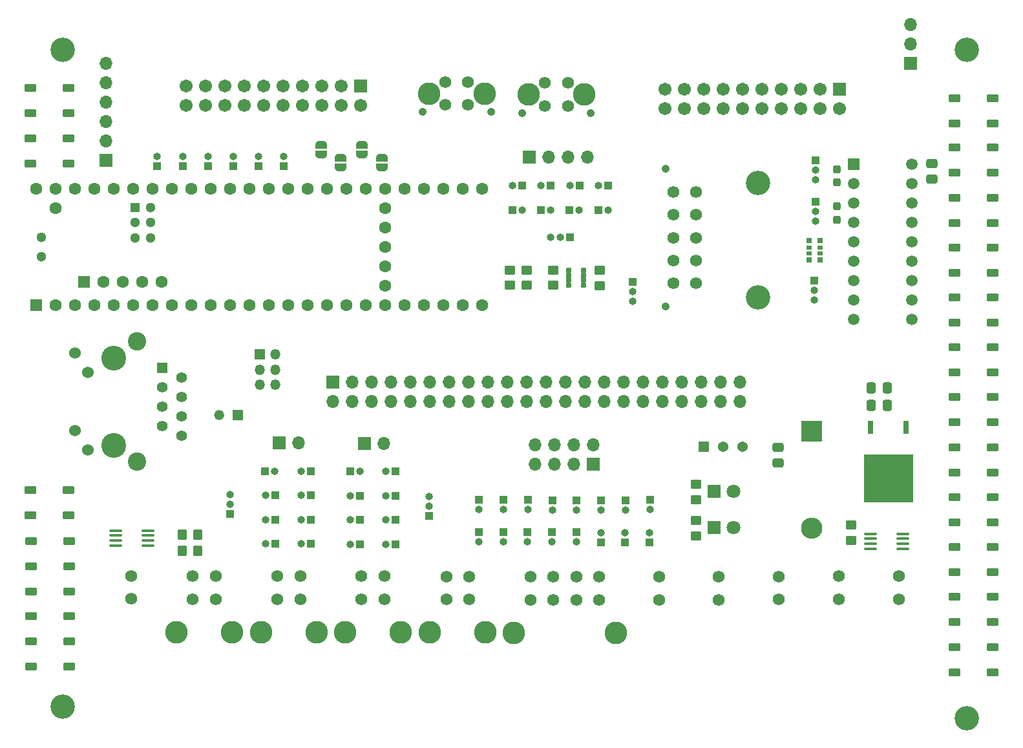
<source format=gbr>
%TF.GenerationSoftware,KiCad,Pcbnew,8.0.3*%
%TF.CreationDate,2025-06-03T03:01:33-07:00*%
%TF.ProjectId,MLU_BreakoutV2,4d4c555f-4272-4656-916b-6f757456322e,rev?*%
%TF.SameCoordinates,Original*%
%TF.FileFunction,Soldermask,Top*%
%TF.FilePolarity,Negative*%
%FSLAX46Y46*%
G04 Gerber Fmt 4.6, Leading zero omitted, Abs format (unit mm)*
G04 Created by KiCad (PCBNEW 8.0.3) date 2025-06-03 03:01:33*
%MOMM*%
%LPD*%
G01*
G04 APERTURE LIST*
G04 Aperture macros list*
%AMRoundRect*
0 Rectangle with rounded corners*
0 $1 Rounding radius*
0 $2 $3 $4 $5 $6 $7 $8 $9 X,Y pos of 4 corners*
0 Add a 4 corners polygon primitive as box body*
4,1,4,$2,$3,$4,$5,$6,$7,$8,$9,$2,$3,0*
0 Add four circle primitives for the rounded corners*
1,1,$1+$1,$2,$3*
1,1,$1+$1,$4,$5*
1,1,$1+$1,$6,$7*
1,1,$1+$1,$8,$9*
0 Add four rect primitives between the rounded corners*
20,1,$1+$1,$2,$3,$4,$5,0*
20,1,$1+$1,$4,$5,$6,$7,0*
20,1,$1+$1,$6,$7,$8,$9,0*
20,1,$1+$1,$8,$9,$2,$3,0*%
%AMFreePoly0*
4,1,19,0.500000,-0.750000,0.000000,-0.750000,0.000000,-0.744911,-0.071157,-0.744911,-0.207708,-0.704816,-0.327430,-0.627875,-0.420627,-0.520320,-0.479746,-0.390866,-0.500000,-0.250000,-0.500000,0.250000,-0.479746,0.390866,-0.420627,0.520320,-0.327430,0.627875,-0.207708,0.704816,-0.071157,0.744911,0.000000,0.744911,0.000000,0.750000,0.500000,0.750000,0.500000,-0.750000,0.500000,-0.750000,
$1*%
%AMFreePoly1*
4,1,19,0.000000,0.744911,0.071157,0.744911,0.207708,0.704816,0.327430,0.627875,0.420627,0.520320,0.479746,0.390866,0.500000,0.250000,0.500000,-0.250000,0.479746,-0.390866,0.420627,-0.520320,0.327430,-0.627875,0.207708,-0.704816,0.071157,-0.744911,0.000000,-0.744911,0.000000,-0.750000,-0.500000,-0.750000,-0.500000,0.750000,0.000000,0.750000,0.000000,0.744911,0.000000,0.744911,
$1*%
G04 Aperture macros list end*
%ADD10RoundRect,0.250000X0.450000X-0.350000X0.450000X0.350000X-0.450000X0.350000X-0.450000X-0.350000X0*%
%ADD11RoundRect,0.100000X-0.712500X-0.100000X0.712500X-0.100000X0.712500X0.100000X-0.712500X0.100000X0*%
%ADD12C,1.066800*%
%ADD13C,1.574800*%
%ADD14C,2.971800*%
%ADD15C,3.200000*%
%ADD16R,1.000000X1.000000*%
%ADD17O,1.000000X1.000000*%
%ADD18RoundRect,0.250000X-0.550000X-0.250000X0.550000X-0.250000X0.550000X0.250000X-0.550000X0.250000X0*%
%ADD19RoundRect,0.102000X0.754000X0.754000X-0.754000X0.754000X-0.754000X-0.754000X0.754000X-0.754000X0*%
%ADD20C,1.712000*%
%ADD21R,1.700000X1.700000*%
%ADD22O,1.700000X1.700000*%
%ADD23R,1.320800X1.320800*%
%ADD24C,1.320800*%
%ADD25RoundRect,0.237500X-0.237500X0.300000X-0.237500X-0.300000X0.237500X-0.300000X0.237500X0.300000X0*%
%ADD26R,2.800000X2.800000*%
%ADD27O,2.800000X2.800000*%
%ADD28RoundRect,0.250000X-0.475000X0.337500X-0.475000X-0.337500X0.475000X-0.337500X0.475000X0.337500X0*%
%ADD29R,1.800000X1.800000*%
%ADD30C,1.800000*%
%ADD31RoundRect,0.250000X-0.450000X0.350000X-0.450000X-0.350000X0.450000X-0.350000X0.450000X0.350000X0*%
%ADD32RoundRect,0.250000X0.350000X0.450000X-0.350000X0.450000X-0.350000X-0.450000X0.350000X-0.450000X0*%
%ADD33RoundRect,0.081750X-0.265250X-0.245250X0.265250X-0.245250X0.265250X0.245250X-0.265250X0.245250X0*%
%ADD34R,1.498600X1.498600*%
%ADD35C,1.498600*%
%ADD36R,1.600000X1.600000*%
%ADD37C,1.600000*%
%ADD38R,1.300000X1.300000*%
%ADD39C,1.300000*%
%ADD40R,1.371600X1.371600*%
%ADD41C,1.371600*%
%ADD42RoundRect,0.250000X-0.337500X-0.475000X0.337500X-0.475000X0.337500X0.475000X-0.337500X0.475000X0*%
%ADD43R,0.700000X0.640000*%
%ADD44R,0.700000X0.500000*%
%ADD45FreePoly0,90.000000*%
%ADD46FreePoly1,90.000000*%
%ADD47C,3.250000*%
%ADD48R,1.400000X1.400000*%
%ADD49C,1.400000*%
%ADD50C,1.530000*%
%ADD51C,2.400000*%
%ADD52FreePoly0,270.000000*%
%ADD53FreePoly1,270.000000*%
%ADD54R,0.711200X1.701800*%
%ADD55R,6.553200X6.223000*%
%ADD56R,1.350000X1.350000*%
%ADD57O,1.350000X1.350000*%
G04 APERTURE END LIST*
D10*
%TO.C,R6*%
X214706200Y-115858800D03*
X214706200Y-113858800D03*
%TD*%
D11*
%TO.C,U2*%
X138679700Y-119903600D03*
X138679700Y-120553600D03*
X138679700Y-121203600D03*
X138679700Y-121853600D03*
X142904700Y-121853600D03*
X142904700Y-121203600D03*
X142904700Y-120553600D03*
X142904700Y-119903600D03*
%TD*%
D12*
%TO.C,J4*%
X187834648Y-65097800D03*
X178834651Y-65097800D03*
D13*
X181834650Y-61157800D03*
X184834649Y-61157800D03*
X181834650Y-64157799D03*
X184834649Y-64157799D03*
D14*
X186984650Y-62657800D03*
X179684649Y-62657800D03*
%TD*%
D15*
%TO.C,H3*%
X131680000Y-142940000D03*
%TD*%
D16*
%TO.C,JP22*%
X158235600Y-112120200D03*
D17*
X159505600Y-112120200D03*
%TD*%
D16*
%TO.C,JP16*%
X175310800Y-121671000D03*
D17*
X174040800Y-121671000D03*
%TD*%
D16*
%TO.C,JP39*%
X198997400Y-120136600D03*
D17*
X198997400Y-121406600D03*
%TD*%
D16*
%TO.C,JP26*%
X192648200Y-115894800D03*
D17*
X192648200Y-117164800D03*
%TD*%
D16*
%TO.C,JP25*%
X189448200Y-115894800D03*
D17*
X189448200Y-117164800D03*
%TD*%
D16*
%TO.C,JP46*%
X194386200Y-77952600D03*
D17*
X195656200Y-77952600D03*
%TD*%
D18*
%TO.C,LED14*%
X248510000Y-108976276D03*
X248510000Y-112276276D03*
X253510000Y-108976276D03*
X253510000Y-112276276D03*
%TD*%
%TO.C,LED13*%
X248510000Y-102438095D03*
X248510000Y-105738095D03*
X253510000Y-102438095D03*
X253510000Y-105738095D03*
%TD*%
%TO.C,LED1*%
X127508000Y-61953800D03*
X127508000Y-65253800D03*
X132508000Y-61953800D03*
X132508000Y-65253800D03*
%TD*%
D19*
%TO.C,J7*%
X233480000Y-62090000D03*
D20*
X233480000Y-64630000D03*
X230940000Y-62090000D03*
X230940000Y-64630000D03*
X228400000Y-62090000D03*
X228400000Y-64630000D03*
X225860000Y-62090000D03*
X225860000Y-64630000D03*
X223320000Y-62090000D03*
X223320000Y-64630000D03*
X220780000Y-62090000D03*
X220780000Y-64630000D03*
X218240000Y-62090000D03*
X218240000Y-64630000D03*
X215700000Y-62090000D03*
X215700000Y-64630000D03*
X213160000Y-62090000D03*
X213160000Y-64630000D03*
X210620000Y-62090000D03*
X210620000Y-64630000D03*
%TD*%
D16*
%TO.C,JP31*%
X208648200Y-115894800D03*
D17*
X208648200Y-117164800D03*
%TD*%
D21*
%TO.C,J3*%
X242773200Y-58674000D03*
D22*
X242773200Y-56134000D03*
X242773200Y-53594000D03*
%TD*%
D23*
%TO.C,C2*%
X154671400Y-104749600D03*
D24*
X152171400Y-104749600D03*
%TD*%
D13*
%TO.C,J19*%
X173844550Y-128885700D03*
X170844551Y-128885700D03*
X173844550Y-125885701D03*
X170844551Y-125885701D03*
D14*
X168694550Y-133205702D03*
X175994551Y-133205702D03*
%TD*%
D18*
%TO.C,LED18*%
X248510000Y-135129000D03*
X248510000Y-138429000D03*
X253510000Y-135129000D03*
X253510000Y-138429000D03*
%TD*%
D13*
%TO.C,J17*%
X184970000Y-128919998D03*
X181970001Y-128919998D03*
X184970000Y-125919999D03*
X181970001Y-125919999D03*
D14*
X179820000Y-133240000D03*
X187120001Y-133240000D03*
%TD*%
D25*
%TO.C,C4*%
X233121200Y-72598200D03*
X233121200Y-74323200D03*
%TD*%
D19*
%TO.C,J13*%
X170738800Y-61696600D03*
D20*
X170738800Y-64236600D03*
X168198800Y-61696600D03*
X168198800Y-64236600D03*
X165658800Y-61696600D03*
X165658800Y-64236600D03*
X163118800Y-61696600D03*
X163118800Y-64236600D03*
X160578800Y-61696600D03*
X160578800Y-64236600D03*
X158038800Y-61696600D03*
X158038800Y-64236600D03*
X155498800Y-61696600D03*
X155498800Y-64236600D03*
X152958800Y-61696600D03*
X152958800Y-64236600D03*
X150418800Y-61696600D03*
X150418800Y-64236600D03*
X147878800Y-61696600D03*
X147878800Y-64236600D03*
%TD*%
D16*
%TO.C,JP42*%
X195656200Y-74676000D03*
D17*
X194386200Y-74676000D03*
%TD*%
D26*
%TO.C,D1*%
X229870000Y-106857800D03*
D27*
X229870000Y-119557800D03*
%TD*%
D18*
%TO.C,LED15*%
X248510000Y-115514457D03*
X248510000Y-118814457D03*
X253510000Y-115514457D03*
X253510000Y-118814457D03*
%TD*%
D16*
%TO.C,JP60*%
X170672600Y-121721000D03*
D17*
X169402600Y-121721000D03*
%TD*%
D18*
%TO.C,LED4*%
X127560000Y-121292400D03*
X127560000Y-124592400D03*
X132560000Y-121292400D03*
X132560000Y-124592400D03*
%TD*%
D28*
%TO.C,C3*%
X245541800Y-71809700D03*
X245541800Y-73884700D03*
%TD*%
D18*
%TO.C,LED5*%
X127560000Y-127842400D03*
X127560000Y-131142400D03*
X132560000Y-127842400D03*
X132560000Y-131142400D03*
%TD*%
D13*
%TO.C,J22*%
X233349200Y-128890700D03*
X233349200Y-125890701D03*
%TD*%
D29*
%TO.C,D2*%
X217033000Y-114726800D03*
D30*
X219573000Y-114726800D03*
%TD*%
D16*
%TO.C,JP32*%
X205397400Y-121431600D03*
D17*
X205397400Y-120161600D03*
%TD*%
D16*
%TO.C,JP34*%
X186248200Y-120136600D03*
D17*
X186248200Y-121406600D03*
%TD*%
D21*
%TO.C,J8*%
X167081200Y-100482400D03*
D22*
X167081200Y-103022400D03*
X169621200Y-100482400D03*
X169621200Y-103022400D03*
X172161200Y-100482400D03*
X172161200Y-103022400D03*
X174701200Y-100482400D03*
X174701200Y-103022400D03*
X177241200Y-100482400D03*
X177241200Y-103022400D03*
X179781200Y-100482400D03*
X179781200Y-103022400D03*
X182321200Y-100482400D03*
X182321200Y-103022400D03*
X184861200Y-100482400D03*
X184861200Y-103022400D03*
X187401200Y-100482400D03*
X187401200Y-103022400D03*
X189941200Y-100482400D03*
X189941200Y-103022400D03*
X192481200Y-100482400D03*
X192481200Y-103022400D03*
X195021200Y-100482400D03*
X195021200Y-103022400D03*
X197561200Y-100482400D03*
X197561200Y-103022400D03*
X200101200Y-100482400D03*
X200101200Y-103022400D03*
X202641200Y-100482400D03*
X202641200Y-103022400D03*
X205181200Y-100482400D03*
X205181200Y-103022400D03*
X207721200Y-100482400D03*
X207721200Y-103022400D03*
X210261200Y-100482400D03*
X210261200Y-103022400D03*
X212801200Y-100482400D03*
X212801200Y-103022400D03*
X215341200Y-100482400D03*
X215341200Y-103022400D03*
X217881200Y-100482400D03*
X217881200Y-103022400D03*
X220421200Y-100482400D03*
X220421200Y-103022400D03*
%TD*%
D16*
%TO.C,JP38*%
X208597400Y-121436600D03*
D17*
X208597400Y-120166600D03*
%TD*%
D13*
%TO.C,J26*%
X201990000Y-128950000D03*
X198990001Y-128950000D03*
X195990002Y-128950000D03*
X192990003Y-128950000D03*
X201990000Y-125950001D03*
X198990001Y-125950001D03*
X195990002Y-125950001D03*
X192990003Y-125950001D03*
D14*
X190840002Y-133270002D03*
X204140001Y-133270002D03*
%TD*%
D16*
%TO.C,JP41*%
X160680400Y-72136000D03*
D17*
X160680400Y-70866000D03*
%TD*%
D13*
%TO.C,J20*%
X140666600Y-128855300D03*
X140666600Y-125855301D03*
%TD*%
D31*
%TO.C,R5*%
X192506600Y-85775800D03*
X192506600Y-87775800D03*
%TD*%
D16*
%TO.C,JP40*%
X206349600Y-87325200D03*
D17*
X206349600Y-88595200D03*
X206349600Y-89865200D03*
%TD*%
D16*
%TO.C,JP48*%
X201853800Y-77952600D03*
D17*
X203123800Y-77952600D03*
%TD*%
D32*
%TO.C,R9*%
X149396200Y-122550800D03*
X147396200Y-122550800D03*
%TD*%
%TO.C,R8*%
X149396200Y-120391800D03*
X147396200Y-120391800D03*
%TD*%
D18*
%TO.C,LED10*%
X248510000Y-82823552D03*
X248510000Y-86123552D03*
X253510000Y-82823552D03*
X253510000Y-86123552D03*
%TD*%
D16*
%TO.C,JP30*%
X205448200Y-115914800D03*
D17*
X205448200Y-117184800D03*
%TD*%
D15*
%TO.C,H12*%
X250160000Y-56940000D03*
%TD*%
D18*
%TO.C,LED7*%
X248564400Y-63322200D03*
X248564400Y-66622200D03*
X253564400Y-63322200D03*
X253564400Y-66622200D03*
%TD*%
%TO.C,LED17*%
X248510000Y-128590819D03*
X248510000Y-131890819D03*
X253510000Y-128590819D03*
X253510000Y-131890819D03*
%TD*%
D33*
%TO.C,U4*%
X199942300Y-85791400D03*
X199942300Y-86441400D03*
X199942300Y-87091400D03*
X199942300Y-87741400D03*
X198002300Y-87741400D03*
X198002300Y-87091400D03*
X198002300Y-86441400D03*
X198002300Y-85791400D03*
%TD*%
D13*
%TO.C,J23*%
X241249200Y-128880700D03*
X241249200Y-125880701D03*
%TD*%
%TO.C,J21*%
X225511400Y-128921199D03*
X225511400Y-125921200D03*
%TD*%
D15*
%TO.C,H8*%
X222805800Y-74368398D03*
%TD*%
D16*
%TO.C,JP19*%
X164200600Y-121615200D03*
D17*
X162930600Y-121615200D03*
%TD*%
D34*
%TO.C,U7*%
X235331000Y-71907400D03*
D35*
X235331000Y-74447400D03*
X235331000Y-76987400D03*
X235331000Y-79527400D03*
X235331000Y-82067400D03*
X235331000Y-84607400D03*
X235331000Y-87147400D03*
X235331000Y-89687400D03*
X235331000Y-92227400D03*
X242951000Y-92227400D03*
X242951000Y-89687400D03*
X242951000Y-87147400D03*
X242951000Y-84607400D03*
X242951000Y-82067400D03*
X242951000Y-79527400D03*
X242951000Y-76987400D03*
X242951000Y-74447400D03*
X242951000Y-71907400D03*
%TD*%
D18*
%TO.C,LED16*%
X248510000Y-122052638D03*
X248510000Y-125352638D03*
X253510000Y-122052638D03*
X253510000Y-125352638D03*
%TD*%
D21*
%TO.C,J28*%
X192811400Y-70993000D03*
D22*
X195351400Y-70993000D03*
X197891400Y-70993000D03*
X200431400Y-70993000D03*
%TD*%
D31*
%TO.C,R7*%
X214680800Y-118583200D03*
X214680800Y-120583200D03*
%TD*%
D18*
%TO.C,LED8*%
X248510000Y-69747190D03*
X248510000Y-73047190D03*
X253510000Y-69747190D03*
X253510000Y-73047190D03*
%TD*%
D16*
%TO.C,JP33*%
X202197400Y-121436600D03*
D17*
X202197400Y-120166600D03*
%TD*%
D16*
%TO.C,JP27*%
X195848200Y-115914800D03*
D17*
X195848200Y-117184800D03*
%TD*%
D31*
%TO.C,R2*%
X202091700Y-85807400D03*
X202091700Y-87807400D03*
%TD*%
D16*
%TO.C,JP67*%
X191897000Y-74676000D03*
D17*
X190627000Y-74676000D03*
%TD*%
D16*
%TO.C,JP13*%
X175310800Y-112146000D03*
D17*
X174040800Y-112146000D03*
%TD*%
D13*
%TO.C,J25*%
X217678000Y-128956900D03*
X217678000Y-125956901D03*
%TD*%
D16*
%TO.C,JP53*%
X144043400Y-72136000D03*
D17*
X144043400Y-70866000D03*
%TD*%
D18*
%TO.C,LED2*%
X127508000Y-68503800D03*
X127508000Y-71803800D03*
X132508000Y-68503800D03*
X132508000Y-71803800D03*
%TD*%
D16*
%TO.C,JP47*%
X198120000Y-77952600D03*
D17*
X199390000Y-77952600D03*
%TD*%
D16*
%TO.C,JP11*%
X170672600Y-115321000D03*
D17*
X169402600Y-115321000D03*
%TD*%
D13*
%TO.C,J6*%
X209890000Y-128949999D03*
X209890000Y-125950000D03*
%TD*%
D21*
%TO.C,J14*%
X160051000Y-108391000D03*
D22*
X162591000Y-108391000D03*
%TD*%
D16*
%TO.C,JP23*%
X159555600Y-115295200D03*
D17*
X158285600Y-115295200D03*
%TD*%
D15*
%TO.C,H9*%
X222805800Y-89368398D03*
%TD*%
D16*
%TO.C,JP10*%
X230200200Y-87172800D03*
D17*
X230200200Y-88442800D03*
X230200200Y-89712800D03*
%TD*%
D28*
%TO.C,C1*%
X225425000Y-108999200D03*
X225425000Y-111074200D03*
%TD*%
D16*
%TO.C,JP58*%
X153619200Y-117729000D03*
D17*
X153619200Y-116459000D03*
X153619200Y-115189000D03*
%TD*%
D31*
%TO.C,R4*%
X190271400Y-85775800D03*
X190271400Y-87775800D03*
%TD*%
D21*
%TO.C,J12*%
X137338200Y-71450600D03*
D22*
X137338200Y-68910600D03*
X137338200Y-66370600D03*
X137338200Y-63830600D03*
X137338200Y-61290600D03*
X137338200Y-58750600D03*
%TD*%
D16*
%TO.C,JP24*%
X159560600Y-121615200D03*
D17*
X158290600Y-121615200D03*
%TD*%
D13*
%TO.C,J18*%
X151739600Y-128875400D03*
X148739601Y-128875400D03*
X151739600Y-125875401D03*
X148739601Y-125875401D03*
D14*
X146589600Y-133195402D03*
X153889601Y-133195402D03*
%TD*%
D36*
%TO.C,U6*%
X128219200Y-90376000D03*
D37*
X130759200Y-90376000D03*
X133299200Y-90376000D03*
X135839200Y-90376000D03*
X138379200Y-90376000D03*
X140919200Y-90376000D03*
X143459200Y-90376000D03*
X145999200Y-90376000D03*
X148539200Y-90376000D03*
X151079200Y-90376000D03*
X153619200Y-90376000D03*
X156159200Y-90376000D03*
X158699200Y-90376000D03*
X161239200Y-90376000D03*
X163779200Y-90376000D03*
X166319200Y-90376000D03*
X168859200Y-90376000D03*
X171399200Y-90376000D03*
X173939200Y-90376000D03*
X176479200Y-90376000D03*
X179019200Y-90376000D03*
X181559200Y-90376000D03*
X184099200Y-90376000D03*
X186639200Y-90376000D03*
X186639200Y-75136000D03*
X184099200Y-75136000D03*
X181559200Y-75136000D03*
X179019200Y-75136000D03*
X176479200Y-75136000D03*
X173939200Y-75136000D03*
X171399200Y-75136000D03*
X168859200Y-75136000D03*
X166319200Y-75136000D03*
X163779200Y-75136000D03*
X161239200Y-75136000D03*
X158699200Y-75136000D03*
X156159200Y-75136000D03*
X153619200Y-75136000D03*
X151079200Y-75136000D03*
X148539200Y-75136000D03*
X145999200Y-75136000D03*
X143459200Y-75136000D03*
X140919200Y-75136000D03*
X138379200Y-75136000D03*
X135839200Y-75136000D03*
X133299200Y-75136000D03*
X130759200Y-75136000D03*
X128219200Y-75136000D03*
X130759200Y-77676000D03*
X173939200Y-87836000D03*
X173939200Y-85296000D03*
X173939200Y-82756000D03*
X173939200Y-80216000D03*
X173939200Y-77676000D03*
D36*
X134518400Y-87325200D03*
D37*
X137058400Y-87325200D03*
X139598400Y-87325200D03*
X142138400Y-87325200D03*
X144678400Y-87325200D03*
D38*
X141189200Y-77574400D03*
D39*
X141189200Y-79574400D03*
X141189200Y-81574400D03*
X143189200Y-81574400D03*
X143189200Y-79574400D03*
X143189200Y-77574400D03*
X128949200Y-81486000D03*
X128949200Y-84026000D03*
%TD*%
D18*
%TO.C,LED6*%
X127560000Y-134392400D03*
X127560000Y-137692400D03*
X132560000Y-134392400D03*
X132560000Y-137692400D03*
%TD*%
D40*
%TO.C,SW1*%
X215696800Y-108940600D03*
D41*
X218236800Y-108940600D03*
X220776800Y-108940600D03*
%TD*%
D16*
%TO.C,JP28*%
X199048200Y-115914800D03*
D17*
X199048200Y-117184800D03*
%TD*%
D15*
%TO.C,H1*%
X250160000Y-144440000D03*
%TD*%
D42*
%TO.C,C7*%
X237632299Y-103517700D03*
X239707299Y-103517700D03*
%TD*%
D18*
%TO.C,LED9*%
X248510000Y-76285371D03*
X248510000Y-79585371D03*
X253510000Y-76285371D03*
X253510000Y-79585371D03*
%TD*%
D25*
%TO.C,C5*%
X233121200Y-77449600D03*
X233121200Y-79174600D03*
%TD*%
D16*
%TO.C,JP49*%
X157378400Y-72136000D03*
D17*
X157378400Y-70866000D03*
%TD*%
D11*
%TO.C,U3*%
X237561900Y-120310000D03*
X237561900Y-120960000D03*
X237561900Y-121610000D03*
X237561900Y-122260000D03*
X241786900Y-122260000D03*
X241786900Y-121610000D03*
X241786900Y-120960000D03*
X241786900Y-120310000D03*
%TD*%
D16*
%TO.C,JP12*%
X169377600Y-112146000D03*
D17*
X170647600Y-112146000D03*
%TD*%
D16*
%TO.C,JP57*%
X159560600Y-118455200D03*
D17*
X158290600Y-118455200D03*
%TD*%
D16*
%TO.C,JP50*%
X154076400Y-72136000D03*
D17*
X154076400Y-70866000D03*
%TD*%
D18*
%TO.C,LED12*%
X248510000Y-95899914D03*
X248510000Y-99199914D03*
X253510000Y-95899914D03*
X253510000Y-99199914D03*
%TD*%
D43*
%TO.C,RN1*%
X230936800Y-84485400D03*
D44*
X230936800Y-83615400D03*
X230936800Y-82815400D03*
D43*
X230936800Y-81945400D03*
X229536800Y-81945400D03*
D44*
X229536800Y-82815400D03*
X229536800Y-83615400D03*
D43*
X229536800Y-84485400D03*
%TD*%
D16*
%TO.C,JP14*%
X175310800Y-115321000D03*
D17*
X174040800Y-115321000D03*
%TD*%
D31*
%TO.C,R1*%
X195944900Y-85782000D03*
X195944900Y-87782000D03*
%TD*%
D15*
%TO.C,H4*%
X131680000Y-56940000D03*
%TD*%
D13*
%TO.C,J11*%
X162850599Y-128879598D03*
X159850600Y-128879598D03*
X162850599Y-125879599D03*
X159850600Y-125879599D03*
D14*
X157700599Y-133199600D03*
X165000600Y-133199600D03*
%TD*%
D16*
%TO.C,JP15*%
X175310800Y-118496000D03*
D17*
X174040800Y-118496000D03*
%TD*%
D21*
%TO.C,J31*%
X171211600Y-108462400D03*
D22*
X173751600Y-108462400D03*
%TD*%
D16*
%TO.C,JP17*%
X179730400Y-117988000D03*
D17*
X179730400Y-116718000D03*
X179730400Y-115448000D03*
%TD*%
D45*
%TO.C,JP5*%
X165557200Y-70667400D03*
D46*
X165557200Y-69367400D03*
%TD*%
D45*
%TO.C,JP7*%
X173558200Y-72343800D03*
D46*
X173558200Y-71043800D03*
%TD*%
D29*
%TO.C,D3*%
X217012600Y-119532400D03*
D30*
X219552600Y-119532400D03*
%TD*%
D16*
%TO.C,JP43*%
X199415400Y-74676000D03*
D17*
X198145400Y-74676000D03*
%TD*%
D18*
%TO.C,LED3*%
X127486400Y-114604800D03*
X127486400Y-117904800D03*
X132486400Y-114604800D03*
X132486400Y-117904800D03*
%TD*%
D16*
%TO.C,JP3*%
X186248200Y-115894800D03*
D17*
X186248200Y-117164800D03*
%TD*%
D16*
%TO.C,JP44*%
X203149200Y-74676000D03*
D17*
X201879200Y-74676000D03*
%TD*%
D21*
%TO.C,J27*%
X201234200Y-111221200D03*
D22*
X201234200Y-108681200D03*
X198694200Y-111221200D03*
X198694200Y-108681200D03*
X196154200Y-111221200D03*
X196154200Y-108681200D03*
X193614200Y-111221200D03*
X193614200Y-108681200D03*
%TD*%
D45*
%TO.C,JP6*%
X170942000Y-70642000D03*
D46*
X170942000Y-69342000D03*
%TD*%
D16*
%TO.C,JP8*%
X230301800Y-71429800D03*
D17*
X230301800Y-72699800D03*
X230301800Y-73969800D03*
%TD*%
D47*
%TO.C,J9*%
X138404600Y-97282400D03*
X138404600Y-108712400D03*
D48*
X144754600Y-98552400D03*
D49*
X147294600Y-99822400D03*
X144754600Y-101092400D03*
X147294600Y-102362400D03*
X144754600Y-103632400D03*
X147294600Y-104902400D03*
X144754600Y-106172400D03*
X147294600Y-107442400D03*
D50*
X133324600Y-96672400D03*
X135024600Y-99212400D03*
X133324600Y-106782400D03*
X135024600Y-109322400D03*
D51*
X141454600Y-95122400D03*
X141454600Y-110872400D03*
%TD*%
D16*
%TO.C,JP37*%
X195797400Y-120136600D03*
D17*
X195797400Y-121406600D03*
%TD*%
D16*
%TO.C,JP20*%
X164200600Y-118445200D03*
D17*
X162930600Y-118445200D03*
%TD*%
D16*
%TO.C,JP29*%
X202248200Y-115914800D03*
D17*
X202248200Y-117184800D03*
%TD*%
D16*
%TO.C,JP59*%
X170672600Y-118496000D03*
D17*
X169402600Y-118496000D03*
%TD*%
D52*
%TO.C,JP4*%
X168148000Y-71069200D03*
D53*
X168148000Y-72369200D03*
%TD*%
D16*
%TO.C,JP21*%
X164200600Y-112120200D03*
D17*
X162930600Y-112120200D03*
%TD*%
D42*
%TO.C,C6*%
X237632299Y-101231700D03*
X239707299Y-101231700D03*
%TD*%
D12*
%TO.C,J2*%
X200890248Y-65199400D03*
X191890251Y-65199400D03*
D13*
X194890250Y-61259400D03*
X197890249Y-61259400D03*
X194890250Y-64259399D03*
X197890249Y-64259399D03*
D14*
X200040250Y-62759400D03*
X192740249Y-62759400D03*
%TD*%
D54*
%TO.C,U1*%
X242177601Y-106337100D03*
D55*
X239877600Y-113093500D03*
D54*
X237577599Y-106337100D03*
%TD*%
D31*
%TO.C,R3*%
X235026200Y-119167400D03*
X235026200Y-121167400D03*
%TD*%
D16*
%TO.C,JP18*%
X164210600Y-115285200D03*
D17*
X162940600Y-115285200D03*
%TD*%
D12*
%TO.C,J5*%
X210740800Y-90539598D03*
X210740800Y-72539598D03*
D13*
X214680800Y-75539600D03*
X214680800Y-78539599D03*
X214680800Y-81539598D03*
X214680800Y-84539597D03*
X214680800Y-87539596D03*
X211680801Y-75539600D03*
X211680801Y-78539599D03*
X211680801Y-81539598D03*
X211680801Y-84539597D03*
X211680801Y-87539596D03*
%TD*%
D56*
%TO.C,J10*%
X157562800Y-96831400D03*
D57*
X159562800Y-96831400D03*
X157562800Y-98831400D03*
X159562800Y-98831400D03*
X157562800Y-100831400D03*
X159562800Y-100831400D03*
%TD*%
D16*
%TO.C,JP36*%
X192623600Y-120136600D03*
D17*
X192623600Y-121406600D03*
%TD*%
D16*
%TO.C,JP35*%
X189448600Y-120136600D03*
D17*
X189448600Y-121406600D03*
%TD*%
D18*
%TO.C,LED11*%
X248510000Y-89361733D03*
X248510000Y-92661733D03*
X253510000Y-89361733D03*
X253510000Y-92661733D03*
%TD*%
D16*
%TO.C,JP45*%
X190601600Y-77952600D03*
D17*
X191871600Y-77952600D03*
%TD*%
D16*
%TO.C,JP9*%
X230327200Y-76840000D03*
D17*
X230327200Y-78110000D03*
X230327200Y-79380000D03*
%TD*%
D16*
%TO.C,JP51*%
X150774400Y-72136000D03*
D17*
X150774400Y-70866000D03*
%TD*%
D16*
%TO.C,JP2*%
X198145400Y-81508600D03*
D17*
X196875400Y-81508600D03*
X195605400Y-81508600D03*
%TD*%
D16*
%TO.C,JP52*%
X147456800Y-72136000D03*
D17*
X147456800Y-70866000D03*
%TD*%
M02*

</source>
